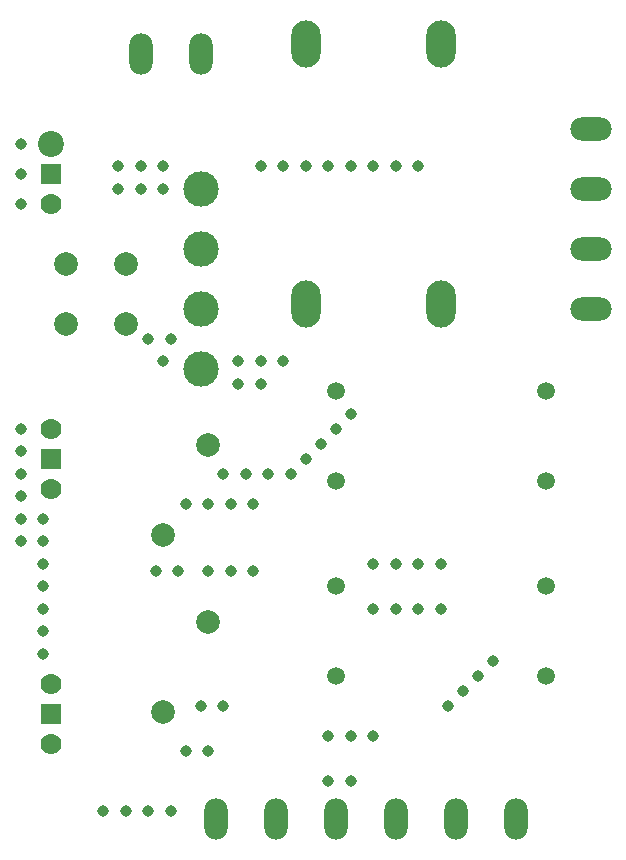
<source format=gbr>
G04 #@! TF.FileFunction,Soldermask,Top*
%FSLAX46Y46*%
G04 Gerber Fmt 4.6, Leading zero omitted, Abs format (unit mm)*
G04 Created by KiCad (PCBNEW (after 2015-mar-04 BZR unknown)-product) date Wed 02 Nov 2016 01:14:16 AM CET*
%MOMM*%
G01*
G04 APERTURE LIST*
%ADD10C,0.100000*%
%ADD11C,0.970000*%
%ADD12C,1.778000*%
%ADD13R,1.778000X1.778000*%
%ADD14C,2.200000*%
%ADD15O,2.499360X4.000500*%
%ADD16O,3.500120X1.998980*%
%ADD17O,1.998980X3.500120*%
%ADD18C,1.998980*%
%ADD19C,1.501140*%
%ADD20C,3.000000*%
%ADD21C,2.000000*%
G04 APERTURE END LIST*
D10*
D11*
X23495000Y-26670000D03*
X23495000Y-24765000D03*
X28575000Y-50800000D03*
X30480000Y-50800000D03*
X32385000Y-50800000D03*
X34290000Y-50800000D03*
X35560000Y-49530000D03*
X36830000Y-48260000D03*
X38100000Y-46990000D03*
X39370000Y-45720000D03*
X25400000Y-53340000D03*
X27305000Y-53340000D03*
X29210000Y-53340000D03*
X31115000Y-53340000D03*
X41275000Y-62230000D03*
X43180000Y-62230000D03*
X45085000Y-62230000D03*
X46990000Y-62230000D03*
X46990000Y-58420000D03*
X45085000Y-58420000D03*
X43180000Y-58420000D03*
X41275000Y-58420000D03*
X51435000Y-66675000D03*
X50165000Y-67945000D03*
X48895000Y-69215000D03*
X47625000Y-70485000D03*
X39370000Y-76835000D03*
X37465000Y-76835000D03*
X41275000Y-73025000D03*
X39370000Y-73025000D03*
X37465000Y-73025000D03*
X24130000Y-79375000D03*
X22225000Y-79375000D03*
X20320000Y-79375000D03*
X18415000Y-79375000D03*
X27305000Y-74295000D03*
X25400000Y-74295000D03*
X28575000Y-70485000D03*
X26670000Y-70485000D03*
X13335000Y-62230000D03*
X13335000Y-64135000D03*
X13335000Y-66040000D03*
X13335000Y-66040000D03*
X13335000Y-64135000D03*
X13335000Y-62230000D03*
X13335000Y-62230000D03*
X13335000Y-64135000D03*
X13335000Y-66040000D03*
X13335000Y-66040000D03*
X13335000Y-64135000D03*
X13335000Y-62230000D03*
X13335000Y-60325000D03*
X13335000Y-58420000D03*
X11430000Y-56515000D03*
X13335000Y-56515000D03*
X13335000Y-54610000D03*
X11430000Y-54610000D03*
X11430000Y-52705000D03*
X11430000Y-50800000D03*
X11430000Y-48895000D03*
X11430000Y-46990000D03*
X24765000Y-59055000D03*
X31115000Y-59055000D03*
X22860000Y-59055000D03*
X29210000Y-59055000D03*
X27305000Y-59055000D03*
X23495000Y-41275000D03*
X22225000Y-39370000D03*
X24130000Y-39370000D03*
X45085000Y-24765000D03*
X43180000Y-24765000D03*
X41275000Y-24765000D03*
X39370000Y-24765000D03*
X37465000Y-24765000D03*
X35560000Y-24765000D03*
X33655000Y-24765000D03*
X31750000Y-24765000D03*
X11430000Y-27940000D03*
X11430000Y-22860000D03*
X11430000Y-25400000D03*
X19685000Y-26670000D03*
X21590000Y-26670000D03*
X21590000Y-24765000D03*
X19685000Y-24765000D03*
X29845000Y-43180000D03*
X29845000Y-41275000D03*
X33655000Y-41275000D03*
X31750000Y-41275000D03*
X31750000Y-43180000D03*
D12*
X13970000Y-73660000D03*
D13*
X13970000Y-71120000D03*
D12*
X13970000Y-68580000D03*
X13970000Y-52070000D03*
D13*
X13970000Y-49530000D03*
D12*
X13970000Y-46990000D03*
X13970000Y-27940000D03*
D13*
X13970000Y-25400000D03*
D14*
X13970000Y-22860000D03*
D15*
X46990000Y-36400740D03*
X46990000Y-14399260D03*
X35560000Y-36400740D03*
X35560000Y-14399260D03*
D16*
X59690000Y-26670000D03*
X59690000Y-21590000D03*
X59690000Y-36830000D03*
X59690000Y-31750000D03*
D17*
X27940000Y-80010000D03*
X33020000Y-80010000D03*
X38100000Y-80010000D03*
X43180000Y-80010000D03*
X48260000Y-80010000D03*
X53340000Y-80010000D03*
X26670000Y-15240000D03*
X21590000Y-15240000D03*
D18*
X27305000Y-48380000D03*
X27305000Y-63380000D03*
X23495000Y-56000000D03*
X23495000Y-71000000D03*
D19*
X55880000Y-51435000D03*
X55880000Y-43815000D03*
X55880000Y-67945000D03*
X55880000Y-60325000D03*
X38100000Y-51435000D03*
X38100000Y-43815000D03*
X38100000Y-67945000D03*
X38100000Y-60325000D03*
D20*
X26670000Y-26670000D03*
X26670000Y-36830000D03*
X26670000Y-31750000D03*
X26670000Y-41910000D03*
D21*
X20320000Y-38100000D03*
X20320000Y-33020000D03*
X15240000Y-33020000D03*
X15240000Y-38100000D03*
M02*

</source>
